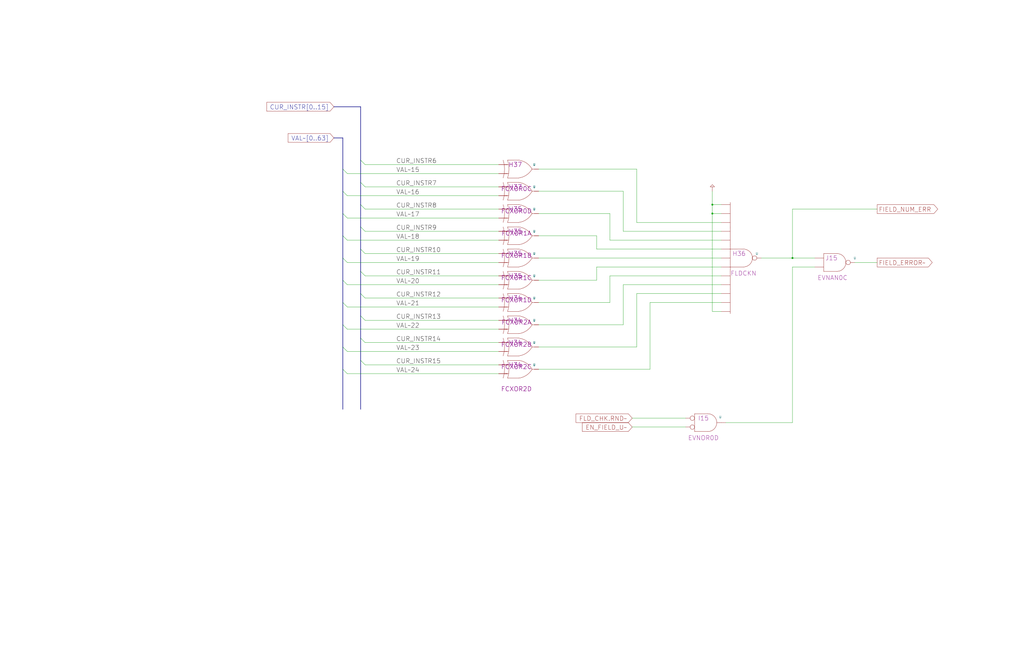
<source format=kicad_sch>
(kicad_sch (version 20220404) (generator eeschema)
  (paper "User" 584.2 378.46)
  (title_block (title "FIELD CHECK MICRO EVENT") (date "22-MAY-90") (rev "1.0") (comment 1 "SEQUENCER") (comment 2 "232-003064") (comment 3 "S400") (comment 4 "RELEASED"))
  (lib_symbols
    (symbol "r1000:F00" (pin_numbers hide) (pin_names hide)
      (property "Reference" "U" (at 15.24 0 0))
      (property "Value" "F00" (at 1.905 -5.08 0))
      (property "Location" "___" (at 1.905 0 0))
      (property "Name" "______" (at 2.54 -12.7 0))
      (symbol "F00_0_1"
        (polyline (pts (xy -2.54 -7.62) (xy 5.08 -7.62)) (stroke (width 0.1524)))
        (polyline (pts (xy -2.54 2.54) (xy -2.54 -7.62)) (stroke (width 0.1524)))
        (polyline (pts (xy -2.54 2.54) (xy 5.08 2.54)) (stroke (width 0.1524)))
        (arc (start 5.08 -7.62) (mid 10.1282 -2.54) (end 5.08 2.54) (stroke (width 0.1524)))
        (circle (center 11.43 -2.54) (radius 1.27) (stroke (width 0.1524)))
      )
      (symbol "F00_0_2"
        (circle (center -3.81 -5.08) (radius 1.27) (stroke (width 0.1524)))
        (circle (center -3.81 0) (radius 1.27) (stroke (width 0.1524)))
        (arc (start -3.175 -7.62) (mid -2.134 -2.54) (end -3.175 2.54) (stroke (width 0.1524)))
        (polyline (pts (xy -3.175 -7.62) (xy 3.81 -7.62)) (stroke (width 0.1524)))
        (polyline (pts (xy -3.175 2.54) (xy 3.81 2.54)) (stroke (width 0.1524)))
        (arc (start 3.81 -7.62) (mid 7.5855 -5.8306) (end 10.16 -2.54) (stroke (width 0.1524)))
        (arc (start 10.16 -2.54) (mid 7.5827 0.7471) (end 3.81 2.54) (stroke (width 0.1524)))
      )
      (symbol "F00_1_1"
        (pin input line (at -7.62 0 0) (length 5.08) (name "D0") (number "1"))
        (pin input line (at -7.62 -5.08 0) (length 5.08) (name "D1") (number "2"))
        (pin output line (at 15.24 -2.54 180) (length 2.54) (name "Q") (number "3"))
      )
      (symbol "F00_1_2"
        (pin input line (at -7.62 0 0) (length 2.54) (name "D0") (number "1"))
        (pin input line (at -7.62 -5.08 0) (length 2.54) (name "D1") (number "2"))
        (pin output line (at 15.24 -2.54 180) (length 5.08) (name "Q") (number "3"))
      )
    )
    (symbol "r1000:F02" (pin_numbers hide) (pin_names hide)
      (property "Reference" "U" (at 12.16 0.635 0))
      (property "Value" "F02" (at -1.27 -4.445 0))
      (property "Location" "___" (at 2.54 0 0))
      (property "Name" "______" (at 2.54 -12.7 0))
      (symbol "F02_0_1"
        (arc (start -3.81 -7.62) (mid -2.9847 -2.54) (end -3.81 2.54) (stroke (width 0.1524)))
        (polyline (pts (xy -5.08 -5.08) (xy -3.175 -5.08)) (stroke (width 0.1524)))
        (polyline (pts (xy -5.08 0) (xy -3.175 0)) (stroke (width 0.1524)))
        (polyline (pts (xy -3.81 -7.62) (xy 2.54 -7.62)) (stroke (width 0.1524)))
        (polyline (pts (xy -3.81 2.54) (xy 2.54 2.54)) (stroke (width 0.1524)))
        (polyline (pts (xy 13.97 -2.54) (xy 12.7 -2.54)) (stroke (width 0.1524)))
        (arc (start 2.54 -7.62) (mid 6.9515 -5.9823) (end 10.16 -2.54) (stroke (width 0.1524)))
        (arc (start 10.16 -2.54) (mid 6.9478 0.8966) (end 2.54 2.54) (stroke (width 0.1524)))
        (circle (center 11.43 -2.54) (radius 1.27) (stroke (width 0.1524)))
      )
      (symbol "F02_0_2"
        (circle (center -3.81 -5.08) (radius 1.27) (stroke (width 0.1524)))
        (circle (center -3.81 0) (radius 1.27) (stroke (width 0.1524)))
        (polyline (pts (xy -2.54 -7.62) (xy 5.08 -7.62)) (stroke (width 0.1524)))
        (polyline (pts (xy -2.54 2.54) (xy -2.54 -7.62)) (stroke (width 0.1524)))
        (polyline (pts (xy -2.54 2.54) (xy 5.08 2.54)) (stroke (width 0.1524)))
        (polyline (pts (xy 11.43 -2.54) (xy 10.16 -2.54)) (stroke (width 0.1524)))
        (polyline (pts (xy 11.43 -2.54) (xy 12.7 -2.54)) (stroke (width 0.1524)))
        (arc (start 5.08 -7.62) (mid 10.1282 -2.54) (end 5.08 2.54) (stroke (width 0.1524)))
      )
      (symbol "F02_1_1"
        (pin input line (at -7.62 0 0) (length 2.54) (name "D0") (number "1"))
        (pin input line (at -7.62 -5.08 0) (length 2.54) (name "D1") (number "2"))
        (pin output line (at 15.24 -2.54 180) (length 1.27) (name "Q") (number "3"))
      )
      (symbol "F02_1_2"
        (pin input line (at -7.62 0 0) (length 2.54) (name "D0") (number "1"))
        (pin input line (at -7.62 -5.08 0) (length 2.54) (name "D1") (number "2"))
        (pin output line (at 15.24 -2.54 180) (length 2.54) (name "Q") (number "3"))
      )
    )
    (symbol "r1000:F133" (pin_numbers hide) (pin_names hide)
      (property "Reference" "U" (at 12.7 2.54 0))
      (property "Value" "F133" (at 2.54 -2.54 0))
      (property "Location" "___" (at 2.54 2.54 0))
      (property "Name" "______" (at 5.08 -10.16 0))
      (symbol "F133_0_0"
        (polyline (pts (xy -2.54 -5.08) (xy 5.08 -5.08)) (stroke (width 0.1524)))
        (polyline (pts (xy -2.54 5.08) (xy 5.08 5.08)) (stroke (width 0.1524)))
        (arc (start 5.08 -5.08) (mid 8.6721 -3.5921) (end 10.16 0) (stroke (width 0.1524)))
        (arc (start 10.16 0) (mid 8.6721 3.5921) (end 5.08 5.08) (stroke (width 0.1524)))
        (circle (center 11.43 0) (radius 1.27) (stroke (width 0.1524)))
      )
      (symbol "F133_0_1"
        (polyline (pts (xy -2.54 -17.78) (xy -2.54 -31.75)) (stroke (width 0.1524)))
        (polyline (pts (xy -2.54 -7.62) (xy -2.54 -17.78)) (stroke (width 0.1524)))
        (polyline (pts (xy -2.54 -5.08) (xy -2.54 -7.62)) (stroke (width 0.1524)))
        (polyline (pts (xy -2.54 5.08) (xy -2.54 -5.08)) (stroke (width 0.1524)))
        (polyline (pts (xy -2.54 7.62) (xy -2.54 5.08)) (stroke (width 0.1524)))
        (polyline (pts (xy -2.54 17.145) (xy -2.54 7.62)) (stroke (width 0.1524)))
        (polyline (pts (xy -2.54 17.78) (xy -2.54 17.145)) (stroke (width 0.1524)))
        (polyline (pts (xy -2.54 31.75) (xy -2.54 17.78)) (stroke (width 0.1524)))
      )
      (symbol "F133_1_1"
        (pin input line (at -7.62 0 0) (length 5.08) (name "D6") (number "1"))
        (pin input line (at -7.62 30.48 0) (length 5.08) (name "D0") (number "10"))
        (pin input line (at -7.62 25.4 0) (length 5.08) (name "D1") (number "11"))
        (pin input line (at -7.62 20.32 0) (length 5.08) (name "D2") (number "12"))
        (pin input line (at -7.62 15.24 0) (length 5.08) (name "D3") (number "13"))
        (pin input line (at -7.62 10.16 0) (length 5.08) (name "D4") (number "14"))
        (pin input line (at -7.62 5.08 0) (length 5.08) (name "D5") (number "15"))
        (pin input line (at -7.62 -5.08 0) (length 5.08) (name "D7") (number "2"))
        (pin input line (at -7.62 -10.16 0) (length 5.08) (name "D8") (number "3"))
        (pin input line (at -7.62 -15.24 0) (length 5.08) (name "D9") (number "4"))
        (pin input line (at -7.62 -20.32 0) (length 5.08) (name "D10") (number "5"))
        (pin input line (at -7.62 -25.4 0) (length 5.08) (name "D11") (number "6"))
        (pin input line (at -7.62 -30.48 0) (length 5.08) (name "D12") (number "7"))
        (pin output line (at 15.24 0 180) (length 2.54) (name "Q") (number "8"))
      )
    )
    (symbol "r1000:F86" (pin_numbers hide) (pin_names hide)
      (property "Reference" "U" (at 12.7 2.54 0))
      (property "Value" "F86" (at 1.905 -2.54 0))
      (property "Location" "___" (at 1.905 2.54 0))
      (property "Name" "______" (at 2.54 -12.7 0))
      (symbol "F86_0_0"
        (arc (start -5.0873 -5.08) (mid -4.2626 0) (end -5.0873 5.08) (stroke (width 0.1524)))
        (arc (start -2.5473 -5.08) (mid -1.7226 0) (end -2.5473 5.08) (stroke (width 0.1524)))
        (polyline (pts (xy -2.54 -5.08) (xy 3.81 -5.08)) (stroke (width 0.1524)))
        (polyline (pts (xy -2.54 5.08) (xy 3.81 5.08)) (stroke (width 0.1524)))
        (arc (start 3.81 -5.08) (mid 8.2204 -3.4405) (end 11.43 0) (stroke (width 0.1524)))
        (arc (start 11.43 0) (mid 8.2216 3.4424) (end 3.81 5.08) (stroke (width 0.1524)))
      )
      (symbol "F86_0_1"
        (polyline (pts (xy -3.81 -2.54) (xy -1.905 -2.54)) (stroke (width 0.1524)))
        (polyline (pts (xy -3.81 2.54) (xy -1.905 2.54)) (stroke (width 0.1524)))
        (polyline (pts (xy 12.7 0) (xy 11.43 0)) (stroke (width 0.1524)))
      )
      (symbol "F86_1_1"
        (pin input line (at -7.62 2.54 0) (length 5.08) (name "D0") (number "1"))
        (pin input line (at -7.62 -2.54 0) (length 5.08) (name "D1") (number "2"))
        (pin output line (at 15.24 0 180) (length 2.54) (name "Q") (number "3"))
      )
    )
    (symbol "r1000:PU" (power) (pin_numbers hide) (pin_names hide)
      (symbol "PU_0_1"
        (polyline (pts (xy 0 2.54) (xy -1.27 2.54) (xy 0 3.81) (xy 1.27 2.54) (xy 0 2.54)) (stroke (width 0.1524)))
      )
      (symbol "PU_1_1"
        (pin power_in line (at 0 0 90) (length 2.54) (name "PU") (number "1"))
      )
    )
  )
  (junction (at 406.4 116.84))
  (junction (at 452.12 147.32))
  (junction (at 406.4 121.92))
  (bus_entry (at 195.58 96.52) (size 2.54 2.54))
  (bus_entry (at 195.58 210.82) (size 2.54 2.54))
  (bus_entry (at 205.74 154.94) (size 2.54 2.54))
  (bus_entry (at 205.74 205.74) (size 2.54 2.54))
  (bus_entry (at 205.74 129.54) (size 2.54 2.54))
  (bus_entry (at 205.74 116.84) (size 2.54 2.54))
  (bus_entry (at 195.58 109.22) (size 2.54 2.54))
  (bus_entry (at 195.58 198.12) (size 2.54 2.54))
  (bus_entry (at 205.74 180.34) (size 2.54 2.54))
  (bus_entry (at 205.74 193.04) (size 2.54 2.54))
  (bus_entry (at 195.58 160.02) (size 2.54 2.54))
  (bus_entry (at 205.74 91.44) (size 2.54 2.54))
  (bus_entry (at 195.58 121.92) (size 2.54 2.54))
  (bus_entry (at 195.58 134.62) (size 2.54 2.54))
  (bus_entry (at 195.58 185.42) (size 2.54 2.54))
  (bus_entry (at 195.58 172.72) (size 2.54 2.54))
  (bus_entry (at 205.74 142.24) (size 2.54 2.54))
  (bus_entry (at 205.74 104.14) (size 2.54 2.54))
  (bus_entry (at 195.58 147.32) (size 2.54 2.54))
  (bus_entry (at 205.74 167.64) (size 2.54 2.54))
  (wire (pts (xy 355.6 162.56) (xy 411.48 162.56)))
  (wire (pts (xy 434.34 147.32) (xy 452.12 147.32)))
  (wire (pts (xy 406.4 109.22) (xy 406.4 116.84)))
  (bus (pts (xy 195.58 160.02) (xy 195.58 172.72)))
  (wire (pts (xy 307.34 147.32) (xy 411.48 147.32)))
  (bus (pts (xy 195.58 134.62) (xy 195.58 147.32)))
  (wire (pts (xy 340.36 160.02) (xy 340.36 152.4)))
  (wire (pts (xy 370.84 210.82) (xy 370.84 172.72)))
  (wire (pts (xy 208.28 119.38) (xy 284.48 119.38)))
  (wire (pts (xy 340.36 152.4) (xy 411.48 152.4)))
  (wire (pts (xy 198.12 99.06) (xy 284.48 99.06)))
  (wire (pts (xy 198.12 175.26) (xy 284.48 175.26)))
  (bus (pts (xy 205.74 193.04) (xy 205.74 205.74)))
  (wire (pts (xy 198.12 200.66) (xy 284.48 200.66)))
  (wire (pts (xy 347.98 157.48) (xy 411.48 157.48)))
  (wire (pts (xy 198.12 187.96) (xy 284.48 187.96)))
  (wire (pts (xy 500.38 119.38) (xy 452.12 119.38)))
  (bus (pts (xy 195.58 96.52) (xy 195.58 109.22)))
  (wire (pts (xy 307.34 134.62) (xy 340.36 134.62)))
  (wire (pts (xy 355.6 185.42) (xy 355.6 162.56)))
  (bus (pts (xy 190.5 60.96) (xy 205.74 60.96)))
  (wire (pts (xy 406.4 121.92) (xy 406.4 116.84)))
  (wire (pts (xy 363.22 96.52) (xy 363.22 127)))
  (wire (pts (xy 414.02 241.3) (xy 452.12 241.3)))
  (wire (pts (xy 347.98 137.16) (xy 411.48 137.16)))
  (bus (pts (xy 195.58 185.42) (xy 195.58 198.12)))
  (wire (pts (xy 208.28 93.98) (xy 284.48 93.98)))
  (wire (pts (xy 307.34 210.82) (xy 370.84 210.82)))
  (wire (pts (xy 406.4 177.8) (xy 406.4 121.92)))
  (bus (pts (xy 190.5 78.74) (xy 195.58 78.74)))
  (wire (pts (xy 198.12 162.56) (xy 284.48 162.56)))
  (bus (pts (xy 205.74 116.84) (xy 205.74 129.54)))
  (wire (pts (xy 355.6 109.22) (xy 355.6 132.08)))
  (wire (pts (xy 307.34 198.12) (xy 363.22 198.12)))
  (wire (pts (xy 363.22 198.12) (xy 363.22 167.64)))
  (wire (pts (xy 406.4 116.84) (xy 411.48 116.84)))
  (wire (pts (xy 307.34 160.02) (xy 340.36 160.02)))
  (wire (pts (xy 363.22 127) (xy 411.48 127)))
  (wire (pts (xy 208.28 208.28) (xy 284.48 208.28)))
  (wire (pts (xy 198.12 111.76) (xy 284.48 111.76)))
  (wire (pts (xy 452.12 147.32) (xy 464.82 147.32)))
  (wire (pts (xy 347.98 172.72) (xy 347.98 157.48)))
  (wire (pts (xy 370.84 172.72) (xy 411.48 172.72)))
  (bus (pts (xy 205.74 91.44) (xy 205.74 104.14)))
  (bus (pts (xy 205.74 129.54) (xy 205.74 142.24)))
  (wire (pts (xy 487.68 149.86) (xy 500.38 149.86)))
  (wire (pts (xy 208.28 132.08) (xy 284.48 132.08)))
  (bus (pts (xy 195.58 147.32) (xy 195.58 160.02)))
  (wire (pts (xy 208.28 106.68) (xy 284.48 106.68)))
  (bus (pts (xy 195.58 121.92) (xy 195.58 134.62)))
  (bus (pts (xy 205.74 60.96) (xy 205.74 91.44)))
  (bus (pts (xy 205.74 167.64) (xy 205.74 180.34)))
  (wire (pts (xy 198.12 213.36) (xy 284.48 213.36)))
  (bus (pts (xy 205.74 180.34) (xy 205.74 193.04)))
  (wire (pts (xy 355.6 132.08) (xy 411.48 132.08)))
  (wire (pts (xy 347.98 121.92) (xy 347.98 137.16)))
  (wire (pts (xy 208.28 182.88) (xy 284.48 182.88)))
  (wire (pts (xy 208.28 195.58) (xy 284.48 195.58)))
  (wire (pts (xy 360.68 243.84) (xy 391.16 243.84)))
  (wire (pts (xy 198.12 149.86) (xy 284.48 149.86)))
  (bus (pts (xy 205.74 142.24) (xy 205.74 154.94)))
  (bus (pts (xy 195.58 198.12) (xy 195.58 210.82)))
  (wire (pts (xy 452.12 152.4) (xy 464.82 152.4)))
  (wire (pts (xy 452.12 241.3) (xy 452.12 152.4)))
  (wire (pts (xy 208.28 170.18) (xy 284.48 170.18)))
  (wire (pts (xy 208.28 144.78) (xy 284.48 144.78)))
  (wire (pts (xy 307.34 96.52) (xy 363.22 96.52)))
  (wire (pts (xy 363.22 167.64) (xy 411.48 167.64)))
  (bus (pts (xy 195.58 109.22) (xy 195.58 121.92)))
  (bus (pts (xy 205.74 104.14) (xy 205.74 116.84)))
  (wire (pts (xy 307.34 121.92) (xy 347.98 121.92)))
  (bus (pts (xy 195.58 78.74) (xy 195.58 96.52)))
  (wire (pts (xy 208.28 157.48) (xy 284.48 157.48)))
  (wire (pts (xy 340.36 134.62) (xy 340.36 142.24)))
  (wire (pts (xy 198.12 124.46) (xy 284.48 124.46)))
  (wire (pts (xy 452.12 119.38) (xy 452.12 147.32)))
  (wire (pts (xy 411.48 177.8) (xy 406.4 177.8)))
  (wire (pts (xy 307.34 185.42) (xy 355.6 185.42)))
  (wire (pts (xy 340.36 142.24) (xy 411.48 142.24)))
  (wire (pts (xy 307.34 109.22) (xy 355.6 109.22)))
  (bus (pts (xy 205.74 154.94) (xy 205.74 167.64)))
  (wire (pts (xy 360.68 238.76) (xy 391.16 238.76)))
  (bus (pts (xy 195.58 210.82) (xy 195.58 233.68)))
  (wire (pts (xy 307.34 172.72) (xy 347.98 172.72)))
  (wire (pts (xy 406.4 121.92) (xy 411.48 121.92)))
  (wire (pts (xy 198.12 137.16) (xy 284.48 137.16)))
  (bus (pts (xy 205.74 205.74) (xy 205.74 233.68)))
  (bus (pts (xy 195.58 172.72) (xy 195.58 185.42)))
  (label "VAL~23" (at 226.06 200.66 0) (effects (font (size 2.54 2.54))))
  (label "VAL~16" (at 226.06 111.76 0) (effects (font (size 2.54 2.54))))
  (label "CUR_INSTR6" (at 226.06 93.98 0) (effects (font (size 2.54 2.54))))
  (label "CUR_INSTR10" (at 226.06 144.78 0) (effects (font (size 2.54 2.54))))
  (label "VAL~21" (at 226.06 175.26 0) (effects (font (size 2.54 2.54))))
  (label "CUR_INSTR7" (at 226.06 106.68 0) (effects (font (size 2.54 2.54))))
  (label "CUR_INSTR12" (at 226.06 170.18 0) (effects (font (size 2.54 2.54))))
  (label "VAL~24" (at 226.06 213.36 0) (effects (font (size 2.54 2.54))))
  (label "CUR_INSTR13" (at 226.06 182.88 0) (effects (font (size 2.54 2.54))))
  (label "VAL~15" (at 226.06 99.06 0) (effects (font (size 2.54 2.54))))
  (label "VAL~17" (at 226.06 124.46 0) (effects (font (size 2.54 2.54))))
  (label "VAL~19" (at 226.06 149.86 0) (effects (font (size 2.54 2.54))))
  (label "CUR_INSTR9" (at 226.06 132.08 0) (effects (font (size 2.54 2.54))))
  (label "VAL~22" (at 226.06 187.96 0) (effects (font (size 2.54 2.54))))
  (label "CUR_INSTR11" (at 226.06 157.48 0) (effects (font (size 2.54 2.54))))
  (label "VAL~20" (at 226.06 162.56 0) (effects (font (size 2.54 2.54))))
  (label "CUR_INSTR15" (at 226.06 208.28 0) (effects (font (size 2.54 2.54))))
  (label "VAL~18" (at 226.06 137.16 0) (effects (font (size 2.54 2.54))))
  (label "CUR_INSTR8" (at 226.06 119.38 0) (effects (font (size 2.54 2.54))))
  (label "CUR_INSTR14" (at 226.06 195.58 0) (effects (font (size 2.54 2.54))))
  (global_label "EN_FIELD_U~" (shape input) (at 360.68 243.84 180) (effects (font (size 2.54 2.54))) (property "Intersheet References" "${INTERSHEET_REFS}" (at 332.2683 243.6813 0) (effects (font (size 1.905 1.905)) (justify right))))
  (global_label "FIELD_ERROR~" (shape output) (at 500.38 149.86 0) (effects (font (size 2.54 2.54))) (property "Intersheet References" "${INTERSHEET_REFS}" (at 531.8155 149.7013 0) (effects (font (size 1.905 1.905)) (justify left))))
  (global_label "FLD_CHK.RND~" (shape input) (at 360.68 238.76 180) (effects (font (size 2.54 2.54))) (property "Intersheet References" "${INTERSHEET_REFS}" (at 328.6397 238.6013 0) (effects (font (size 1.905 1.905)) (justify right))))
  (global_label "VAL~[0..63]" (shape input) (at 190.5 78.74 180) (effects (font (size 2.54 2.54))) (property "Intersheet References" "${INTERSHEET_REFS}" (at 163.5293 78.74 0) (effects (font (size 1.905 1.905)) (justify right))))
  (global_label "FIELD_NUM_ERR" (shape output) (at 500.38 119.38 0) (effects (font (size 2.54 2.54))) (property "Intersheet References" "${INTERSHEET_REFS}" (at 534.9603 119.2213 0) (effects (font (size 1.905 1.905)) (justify left))))
  (global_label "CUR_INSTR[0..15]" (shape input) (at 190.5 60.96 180) (effects (font (size 2.54 2.54))) (property "Intersheet References" "${INTERSHEET_REFS}" (at 151.3131 60.96 0) (effects (font (size 1.905 1.905)) (justify right))))
  (symbol (lib_id "r1000:F86") (at 292.1 121.92 0) (unit 1)
    (default_instance (reference "U") (unit 1) (value "") (footprint ""))
    (property "Reference" "U" (at 304.8 119.38 0))
    (property "Location" "H35" (at 294.005 119.38 0) (effects (font (size 2.54 2.54))))
    (property "Name" "FCXOR1A" (at 294.64 134.62 0) (effects (font (size 2.54 2.54)) (justify bottom)))
  )
  (symbol (lib_id "r1000:F86") (at 292.1 160.02 0) (unit 1)
    (default_instance (reference "U") (unit 1) (value "") (footprint ""))
    (property "Reference" "U" (at 304.8 157.48 0))
    (property "Location" "H35" (at 294.005 157.48 0) (effects (font (size 2.54 2.54))))
    (property "Name" "FCXOR1D" (at 294.64 172.72 0) (effects (font (size 2.54 2.54)) (justify bottom)))
  )
  (symbol (lib_id "r1000:F00") (at 472.44 147.32 0) (unit 1)
    (default_instance (reference "U") (unit 1) (value "") (footprint ""))
    (property "Reference" "U" (at 487.68 147.32 0))
    (property "Location" "J15" (at 474.345 147.32 0) (effects (font (size 2.54 2.54))))
    (property "Name" "EVNAN0C" (at 474.98 160.02 0) (effects (font (size 2.54 2.54)) (justify bottom)))
  )
  (symbol (lib_id "r1000:F133") (at 419.1 147.32 0) (unit 1)
    (default_instance (reference "U") (unit 1) (value "") (footprint ""))
    (property "Reference" "U" (at 431.8 144.78 0))
    (property "Location" "H36" (at 421.64 144.78 0) (effects (font (size 2.54 2.54))))
    (property "Name" "FLDCKN" (at 424.18 157.48 0) (effects (font (size 2.54 2.54)) (justify bottom)))
  )
  (symbol (lib_id "r1000:F02") (at 398.78 238.76 0) (unit 1) (convert 2)
    (default_instance (reference "U") (unit 1) (value "") (footprint ""))
    (property "Reference" "U" (at 410.94 238.125 0))
    (property "Location" "I15" (at 401.32 238.76 0) (effects (font (size 2.54 2.54))))
    (property "Name" "EVNOR0D" (at 401.32 251.46 0) (effects (font (size 2.54 2.54)) (justify bottom)))
  )
  (symbol (lib_id "r1000:PU") (at 406.4 109.22 0) (unit 1)
    (default_instance (reference "U") (unit 1) (value "") (footprint ""))
    (property "Reference" "U" (effects hide))
  )
  (symbol (lib_id "r1000:F86") (at 292.1 185.42 0) (unit 1)
    (default_instance (reference "U") (unit 1) (value "") (footprint ""))
    (property "Reference" "U" (at 304.8 182.88 0))
    (property "Location" "H34" (at 294.005 182.88 0) (effects (font (size 2.54 2.54))))
    (property "Name" "FCXOR2B" (at 294.64 198.12 0) (effects (font (size 2.54 2.54)) (justify bottom)))
  )
  (symbol (lib_id "r1000:F86") (at 292.1 147.32 0) (unit 1)
    (default_instance (reference "U") (unit 1) (value "") (footprint ""))
    (property "Reference" "U" (at 304.8 144.78 0))
    (property "Location" "H35" (at 294.005 144.78 0) (effects (font (size 2.54 2.54))))
    (property "Name" "FCXOR1C" (at 294.64 160.02 0) (effects (font (size 2.54 2.54)) (justify bottom)))
  )
  (symbol (lib_id "r1000:F86") (at 292.1 109.22 0) (unit 1)
    (default_instance (reference "U") (unit 1) (value "") (footprint ""))
    (property "Reference" "U" (at 304.8 106.68 0))
    (property "Location" "H37" (at 294.005 106.68 0) (effects (font (size 2.54 2.54))))
    (property "Name" "FCXOR0D" (at 294.64 121.92 0) (effects (font (size 2.54 2.54)) (justify bottom)))
  )
  (symbol (lib_id "r1000:F86") (at 292.1 172.72 0) (unit 1)
    (default_instance (reference "U") (unit 1) (value "") (footprint ""))
    (property "Reference" "U" (at 304.8 170.18 0))
    (property "Location" "H34" (at 294.005 170.18 0) (effects (font (size 2.54 2.54))))
    (property "Name" "FCXOR2A" (at 294.64 185.42 0) (effects (font (size 2.54 2.54)) (justify bottom)))
  )
  (symbol (lib_id "r1000:F86") (at 292.1 96.52 0) (unit 1)
    (default_instance (reference "U") (unit 1) (value "") (footprint ""))
    (property "Reference" "U" (at 304.8 93.98 0))
    (property "Location" "H37" (at 294.005 93.98 0) (effects (font (size 2.54 2.54))))
    (property "Name" "FCXOR0C" (at 294.64 109.22 0) (effects (font (size 2.54 2.54)) (justify bottom)))
  )
  (symbol (lib_id "r1000:F86") (at 292.1 210.82 0) (unit 1)
    (default_instance (reference "U") (unit 1) (value "") (footprint ""))
    (property "Reference" "U" (at 304.8 208.28 0))
    (property "Location" "H34" (at 294.005 208.28 0) (effects (font (size 2.54 2.54))))
    (property "Name" "FCXOR2D" (at 294.64 223.52 0) (effects (font (size 2.54 2.54)) (justify bottom)))
  )
  (symbol (lib_id "r1000:F86") (at 292.1 198.12 0) (unit 1)
    (default_instance (reference "U") (unit 1) (value "") (footprint ""))
    (property "Reference" "U" (at 304.8 195.58 0))
    (property "Location" "H34" (at 294.005 195.58 0) (effects (font (size 2.54 2.54))))
    (property "Name" "FCXOR2C" (at 294.64 210.82 0) (effects (font (size 2.54 2.54)) (justify bottom)))
  )
  (symbol (lib_id "r1000:F86") (at 292.1 134.62 0) (unit 1)
    (default_instance (reference "U") (unit 1) (value "") (footprint ""))
    (property "Reference" "U" (at 304.8 132.08 0))
    (property "Location" "H35" (at 294.005 132.08 0) (effects (font (size 2.54 2.54))))
    (property "Name" "FCXOR1B" (at 294.64 147.32 0) (effects (font (size 2.54 2.54)) (justify bottom)))
  )
)
</source>
